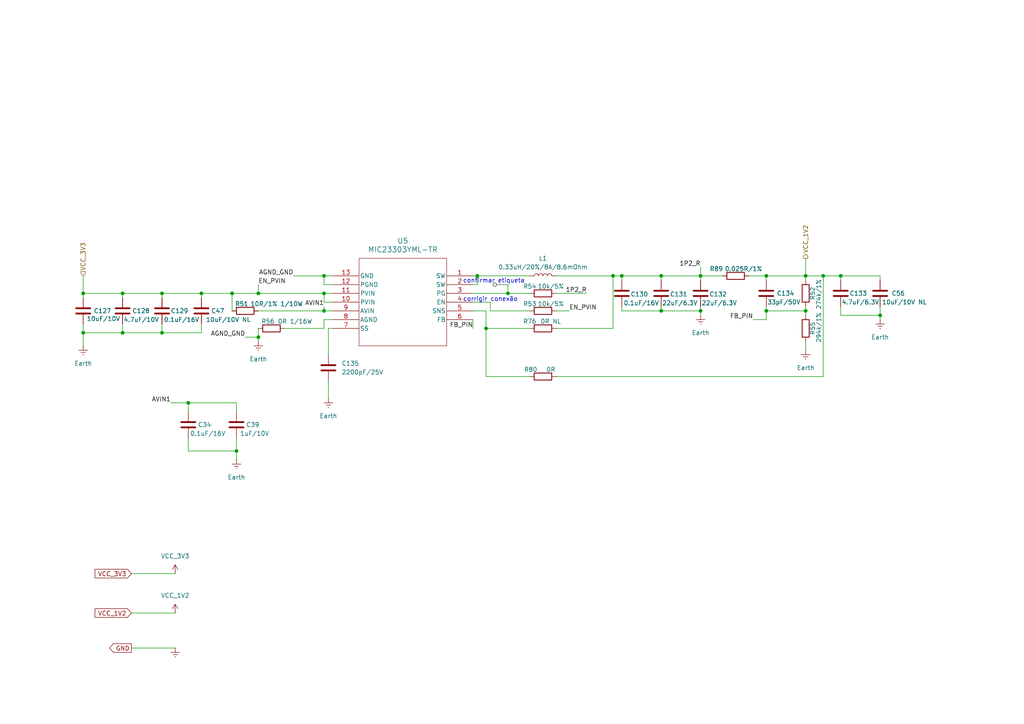
<source format=kicad_sch>
(kicad_sch (version 20231120) (generator "eeschema") (generator_version "8.0")
  (paper "A4")
  (title_block (title "FPGA - SmartFusion2") (date "2024-04-04") (rev "1") (company "IFSP - SBV, IFSP - GRU") (comment 2 "WILLIAN BUENO SANTOS") (comment 3 "ISRAEL RODRIGUES") (comment 4 "ADRIANO CÉSAR DE SOUSA PEREIRA"))
  (lib_symbols
    (symbol "2024-03-23_21-51-05:MIC23303YML-TR" (pin_names (offset 0.254))
      (property "Reference" "U" (at 20.32 10.16 0))
      (property "Value" "MIC23303YML-TR" (at 20.32 7.62 0))
      (symbol "MIC23303YML-TR_0_1"
        (polyline (pts (xy 7.62 -20.32) (xy 33.02 -20.32)) (stroke (width 0.127)))
        (polyline (pts (xy 7.62 5.08) (xy 7.62 -20.32)) (stroke (width 0.127)))
        (polyline (pts (xy 33.02 -20.32) (xy 33.02 5.08)) (stroke (width 0.127)))
        (polyline (pts (xy 33.02 5.08) (xy 7.62 5.08)) (stroke (width 0.127)))
        (pin output line (at 0 0 0) (length 7.62) (name "SW") (number "1"))
        (pin power_in line (at 40.64 -7.62 180) (length 7.62) (name "PVIN") (number "10"))
        (pin power_in line (at 40.64 -5.08 180) (length 7.62) (name "PVIN") (number "11"))
        (pin power_out line (at 40.64 -2.54 180) (length 7.62) (name "PGND") (number "12"))
        (pin power_out line (at 40.64 0 180) (length 7.62) (name "GND") (number "13"))
        (pin output line (at 0 -2.54 0) (length 7.62) (name "SW") (number "2"))
        (pin output line (at 0 -5.08 0) (length 7.62) (name "PG") (number "3"))
        (pin input line (at 0 -7.62 0) (length 7.62) (name "EN") (number "4"))
        (pin unspecified line (at 0 -10.16 0) (length 7.62) (name "SNS") (number "5"))
        (pin input line (at 0 -12.7 0) (length 7.62) (name "FB") (number "6"))
        (pin input line (at 40.64 -15.24 180) (length 7.62) (name "SS") (number "7"))
        (pin power_out line (at 40.64 -12.7 180) (length 7.62) (name "AGND") (number "8"))
        (pin power_in line (at 40.64 -10.16 180) (length 7.62) (name "AVIN") (number "9"))
      )
    )
    (symbol "Device:C" (pin_numbers hide) (pin_names (offset 0.254))
      (property "Reference" "C" (at 0.635 2.54 0))
      (property "Value" "C" (at 0.635 -2.54 0))
      (symbol "C_0_1"
        (polyline (pts (xy -2.032 -0.762) (xy 2.032 -0.762)) (stroke (width 0.508)))
        (polyline (pts (xy -2.032 0.762) (xy 2.032 0.762)) (stroke (width 0.508)))
      )
      (symbol "C_1_1"
        (pin passive line (at 0 3.81 270) (length 2.794) (name "~") (number "1"))
        (pin passive line (at 0 -3.81 90) (length 2.794) (name "~") (number "2"))
      )
    )
    (symbol "Device:L" (pin_numbers hide) (pin_names (offset 1.016) hide)
      (property "Reference" "L" (at -1.27 0 90))
      (property "Value" "L" (at 1.905 0 90))
      (symbol "L_0_1"
        (arc (start 0 -2.54) (mid 0.6323 -1.905) (end 0 -1.27))
        (arc (start 0 -1.27) (mid 0.6323 -0.635) (end 0 0))
        (arc (start 0 0) (mid 0.6323 0.635) (end 0 1.27))
        (arc (start 0 1.27) (mid 0.6323 1.905) (end 0 2.54))
      )
      (symbol "L_1_1"
        (pin passive line (at 0 3.81 270) (length 1.27) (name "1") (number "1"))
        (pin passive line (at 0 -3.81 90) (length 1.27) (name "2") (number "2"))
      )
    )
    (symbol "Device:R" (pin_numbers hide) (pin_names (offset 0))
      (property "Reference" "R" (at 2.032 0 90))
      (property "Value" "R" (at 0 0 90))
      (symbol "R_0_1"
        (rectangle (start -1.016 -2.54) (end 1.016 2.54) (stroke (width 0.254)))
      )
      (symbol "R_1_1"
        (pin passive line (at 0 3.81 270) (length 1.27) (name "~") (number "1"))
        (pin passive line (at 0 -3.81 90) (length 1.27) (name "~") (number "2"))
      )
    )
    (symbol "power:+3.3V" (power) (pin_numbers hide) (pin_names (offset 0) hide)
      (property "Value" "+3.3V" (at 0 3.556 0))
      (symbol "+3.3V_0_1"
        (polyline (pts (xy -0.762 1.27) (xy 0 2.54)))
        (polyline (pts (xy 0 0) (xy 0 2.54)))
        (polyline (pts (xy 0 2.54) (xy 0.762 1.27)))
      )
      (symbol "+3.3V_1_1"
        (pin power_in line (at 0 0 90) (length 0) (name "~") (number "1"))
      )
    )
    (symbol "power:Earth" (power) (pin_numbers hide) (pin_names (offset 0) hide)
      (property "Value" "Earth" (at 0 -3.81 0))
      (symbol "Earth_0_1"
        (polyline (pts (xy -0.635 -1.905) (xy 0.635 -1.905)))
        (polyline (pts (xy -0.127 -2.54) (xy 0.127 -2.54)))
        (polyline (pts (xy 0 -1.27) (xy 0 0)))
        (polyline (pts (xy 1.27 -1.27) (xy -1.27 -1.27)))
      )
      (symbol "Earth_1_1"
        (pin power_in line (at 0 0 270) (length 0) (name "~") (number "1"))
      )
    )
  )
  (junction (at 93.98 85.09))
  (junction (at 222.25 90.17))
  (junction (at 203.2 80.01))
  (junction (at 58.42 85.09))
  (junction (at 93.98 80.01))
  (junction (at 54.61 116.84))
  (junction (at 24.13 96.52))
  (junction (at 191.77 90.17))
  (junction (at 233.68 90.17))
  (junction (at 180.34 80.01))
  (junction (at 177.8 80.01))
  (junction (at 68.58 130.81))
  (junction (at 74.93 97.79))
  (junction (at 24.13 85.09))
  (junction (at 222.25 80.01))
  (junction (at 67.31 85.09))
  (junction (at 255.27 91.44))
  (junction (at 238.76 80.01))
  (junction (at 140.97 95.25))
  (junction (at 191.77 80.01))
  (junction (at 203.2 90.17))
  (junction (at 35.56 85.09))
  (junction (at 74.93 85.09))
  (junction (at 233.68 80.01))
  (junction (at 138.43 80.01))
  (junction (at 93.98 90.17))
  (junction (at 243.84 80.01))
  (junction (at 147.32 85.09))
  (junction (at 35.56 96.52))
  (junction (at 46.99 85.09))
  (junction (at 46.99 96.52))
  (wire (pts (xy 137.16 80.01) (xy 138.43 80.01)))
  (wire (pts (xy 137.16 85.09) (xy 147.32 85.09)))
  (wire (pts (xy 58.42 93.98) (xy 58.42 96.52)))
  (wire (pts (xy 161.29 90.17) (xy 165.1 90.17)))
  (wire (pts (xy 58.42 85.09) (xy 58.42 86.36)))
  (wire (pts (xy 96.52 95.25) (xy 95.25 95.25)))
  (wire (pts (xy 137.16 87.63) (xy 142.24 87.63)))
  (wire (pts (xy 74.93 95.25) (xy 74.93 97.79)))
  (wire (pts (xy 24.13 85.09) (xy 24.13 86.36)))
  (wire (pts (xy 38.1 177.8) (xy 50.8 177.8)))
  (wire (pts (xy 93.98 87.63) (xy 93.98 85.09)))
  (wire (pts (xy 95.25 110.49) (xy 95.25 115.57)))
  (wire (pts (xy 38.1 166.37) (xy 50.8 166.37)))
  (wire (pts (xy 35.56 85.09) (xy 35.56 86.36)))
  (wire (pts (xy 54.61 130.81) (xy 68.58 130.81)))
  (wire (pts (xy 68.58 119.38) (xy 68.58 116.84)))
  (wire (pts (xy 153.67 109.22) (xy 140.97 109.22)))
  (wire (pts (xy 35.56 85.09) (xy 24.13 85.09)))
  (wire (pts (xy 24.13 96.52) (xy 24.13 100.33)))
  (wire (pts (xy 96.52 87.63) (xy 93.98 87.63)))
  (wire (pts (xy 147.32 85.09) (xy 153.67 85.09)))
  (wire (pts (xy 218.44 92.71) (xy 222.25 92.71)))
  (wire (pts (xy 67.31 85.09) (xy 74.93 85.09)))
  (wire (pts (xy 68.58 127) (xy 68.58 130.81)))
  (wire (pts (xy 46.99 93.98) (xy 46.99 96.52)))
  (wire (pts (xy 255.27 81.28) (xy 255.27 80.01)))
  (wire (pts (xy 82.55 95.25) (xy 93.98 95.25)))
  (wire (pts (xy 74.93 82.55) (xy 74.93 85.09)))
  (wire (pts (xy 137.16 82.55) (xy 138.43 82.55)))
  (wire (pts (xy 161.29 80.01) (xy 177.8 80.01)))
  (wire (pts (xy 191.77 81.28) (xy 191.77 80.01)))
  (wire (pts (xy 203.2 80.01) (xy 191.77 80.01)))
  (wire (pts (xy 54.61 130.81) (xy 54.61 127)))
  (wire (pts (xy 243.84 80.01) (xy 238.76 80.01)))
  (wire (pts (xy 93.98 82.55) (xy 93.98 80.01)))
  (wire (pts (xy 233.68 90.17) (xy 233.68 91.44)))
  (wire (pts (xy 93.98 90.17) (xy 96.52 90.17)))
  (wire (pts (xy 255.27 88.9) (xy 255.27 91.44)))
  (wire (pts (xy 93.98 92.71) (xy 96.52 92.71)))
  (wire (pts (xy 95.25 95.25) (xy 95.25 102.87)))
  (wire (pts (xy 222.25 80.01) (xy 233.68 80.01)))
  (wire (pts (xy 161.29 85.09) (xy 170.18 85.09)))
  (wire (pts (xy 146.05 82.55) (xy 147.32 82.55)))
  (wire (pts (xy 67.31 85.09) (xy 67.31 90.17)))
  (wire (pts (xy 54.61 116.84) (xy 54.61 119.38)))
  (wire (pts (xy 255.27 91.44) (xy 255.27 92.71)))
  (wire (pts (xy 177.8 80.01) (xy 180.34 80.01)))
  (wire (pts (xy 35.56 96.52) (xy 24.13 96.52)))
  (wire (pts (xy 161.29 95.25) (xy 177.8 95.25)))
  (wire (pts (xy 233.68 81.28) (xy 233.68 80.01)))
  (wire (pts (xy 46.99 85.09) (xy 35.56 85.09)))
  (wire (pts (xy 58.42 85.09) (xy 46.99 85.09)))
  (wire (pts (xy 203.2 80.01) (xy 209.55 80.01)))
  (wire (pts (xy 46.99 96.52) (xy 35.56 96.52)))
  (wire (pts (xy 217.17 80.01) (xy 222.25 80.01)))
  (wire (pts (xy 142.24 87.63) (xy 142.24 90.17)))
  (wire (pts (xy 180.34 90.17) (xy 191.77 90.17)))
  (wire (pts (xy 142.24 90.17) (xy 153.67 90.17)))
  (wire (pts (xy 140.97 90.17) (xy 140.97 95.25)))
  (wire (pts (xy 203.2 81.28) (xy 203.2 80.01)))
  (wire (pts (xy 191.77 90.17) (xy 203.2 90.17)))
  (wire (pts (xy 222.25 80.01) (xy 222.25 81.28)))
  (wire (pts (xy 203.2 88.9) (xy 203.2 90.17)))
  (wire (pts (xy 71.12 97.79) (xy 74.93 97.79)))
  (wire (pts (xy 96.52 82.55) (xy 93.98 82.55)))
  (wire (pts (xy 180.34 80.01) (xy 180.34 81.28)))
  (wire (pts (xy 233.68 90.17) (xy 222.25 90.17)))
  (wire (pts (xy 93.98 95.25) (xy 93.98 92.71)))
  (wire (pts (xy 243.84 91.44) (xy 255.27 91.44)))
  (wire (pts (xy 93.98 80.01) (xy 96.52 80.01)))
  (wire (pts (xy 238.76 80.01) (xy 233.68 80.01)))
  (wire (pts (xy 93.98 88.9) (xy 93.98 90.17)))
  (wire (pts (xy 180.34 80.01) (xy 191.77 80.01)))
  (wire (pts (xy 38.1 187.96) (xy 50.8 187.96)))
  (wire (pts (xy 238.76 109.22) (xy 238.76 80.01)))
  (wire (pts (xy 203.2 90.17) (xy 203.2 91.44)))
  (wire (pts (xy 243.84 81.28) (xy 243.84 80.01)))
  (wire (pts (xy 93.98 85.09) (xy 96.52 85.09)))
  (wire (pts (xy 243.84 88.9) (xy 243.84 91.44)))
  (wire (pts (xy 191.77 88.9) (xy 191.77 90.17)))
  (wire (pts (xy 24.13 80.01) (xy 24.13 85.09)))
  (wire (pts (xy 68.58 130.81) (xy 68.58 133.35)))
  (wire (pts (xy 137.16 92.71) (xy 137.16 95.25)))
  (wire (pts (xy 58.42 85.09) (xy 67.31 85.09)))
  (wire (pts (xy 222.25 92.71) (xy 222.25 90.17)))
  (wire (pts (xy 74.93 90.17) (xy 93.98 90.17)))
  (wire (pts (xy 147.32 82.55) (xy 147.32 85.09)))
  (wire (pts (xy 74.93 97.79) (xy 74.93 99.06)))
  (wire (pts (xy 203.2 77.47) (xy 203.2 80.01)))
  (wire (pts (xy 222.25 90.17) (xy 222.25 88.9)))
  (wire (pts (xy 161.29 109.22) (xy 238.76 109.22)))
  (wire (pts (xy 54.61 116.84) (xy 68.58 116.84)))
  (wire (pts (xy 85.09 80.01) (xy 93.98 80.01)))
  (wire (pts (xy 255.27 80.01) (xy 243.84 80.01)))
  (wire (pts (xy 177.8 95.25) (xy 177.8 80.01)))
  (wire (pts (xy 233.68 88.9) (xy 233.68 90.17)))
  (wire (pts (xy 137.16 90.17) (xy 140.97 90.17)))
  (wire (pts (xy 46.99 85.09) (xy 46.99 86.36)))
  (wire (pts (xy 138.43 80.01) (xy 153.67 80.01)))
  (wire (pts (xy 74.93 85.09) (xy 93.98 85.09)))
  (wire (pts (xy 138.43 82.55) (xy 138.43 80.01)))
  (wire (pts (xy 180.34 88.9) (xy 180.34 90.17)))
  (wire (pts (xy 35.56 93.98) (xy 35.56 96.52)))
  (wire (pts (xy 233.68 74.93) (xy 233.68 80.01)))
  (wire (pts (xy 233.68 99.06) (xy 233.68 101.6)))
  (wire (pts (xy 58.42 96.52) (xy 46.99 96.52)))
  (wire (pts (xy 140.97 95.25) (xy 153.67 95.25)))
  (wire (pts (xy 49.53 116.84) (xy 54.61 116.84)))
  (wire (pts (xy 140.97 109.22) (xy 140.97 95.25)))
  (wire (pts (xy 24.13 93.98) (xy 24.13 96.52)))
  (text "confirmar etiqueta" (at 143.256 81.534 0) (effects (font (size 1.27 1.27))))
  (text "corrigir conexão" (at 142.24 86.868 0) (effects (font (size 1.27 1.27))))
  (label "FB_PIN" (at 218.44 92.71 180))
  (label "EN_PVIN" (at 74.93 82.55 0))
  (label "AVIN1" (at 93.98 88.9 180))
  (label "AVIN1" (at 49.53 116.84 180))
  (label "1P2_R" (at 203.2 77.47 180))
  (label "AGND_GND" (at 85.09 80.01 180))
  (label "FB_PIN" (at 137.16 95.25 180))
  (label "AGND_GND" (at 71.12 97.79 180))
  (label "1P2_R" (at 170.18 85.09 180))
  (label "EN_PVIN" (at 165.1 90.17 0))
  (global_label "GND" (shape output) (at 38.1 187.96 180) (property "Intersheetrefs" "${INTERSHEET_REFS}" (effects (hide yes))))
  (global_label "VCC_1V2" (shape input) (at 38.1 177.8 180) (property "Intersheetrefs" "${INTERSHEET_REFS}" (effects (hide yes))))
  (global_label "VCC_3V3" (shape input) (at 38.1 166.37 180) (property "Intersheetrefs" "${INTERSHEET_REFS}" (effects (hide yes))))
  (hierarchical_label "VCC_1V2" (shape output) (at 233.68 74.93 90))
  (hierarchical_label "VCC_3V3" (shape input) (at 24.13 80.01 90))
  (netclass_flag "" (length 2.54) (shape round) (at 146.05 82.55 90))
  (symbol (lib_id "Device:C") (at 24.13 90.17 0) (unit 1)
    (property "Reference" "C127" (at 27.178 90.17 0) (effects (justify left)))
    (property "Value" "10uF/10V" (at 25.146 92.456 0) (effects (justify left)))
    (property "Footprint" "Capacitor_SMD:C_0805_2012Metric" (effects (hide yes)))
    (property "Description" "Unpolarized capacitor" (effects (hide yes)))
  )
  (symbol (lib_id "power:Earth") (at 74.93 99.06 0) (unit 1)
    (property "Reference" "#PWR015" (effects (hide yes)))
    (property "Value" "Earth" (at 74.93 104.14 0))
    (property "Description" "Power symbol creates a global label with name \"Earth\"" (effects (hide yes)))
  )
  (symbol (lib_id "power:Earth") (at 255.27 92.71 0) (unit 1)
    (property "Reference" "#PWR018" (effects (hide yes)))
    (property "Value" "Earth" (at 255.27 97.79 0))
    (property "Description" "Power symbol creates a global label with name \"Earth\"" (effects (hide yes)))
  )
  (symbol (lib_id "2024-03-23_21-51-05:MIC23303YML-TR") (at 137.16 80.01 0) (mirror y) (unit 1)
    (property "Reference" "U5" (at 116.84 69.85 0) (effects (font (size 1.524 1.524))))
    (property "Value" "MIC23303YML-TR" (at 116.84 72.39 0) (effects (font (size 1.524 1.524))))
    (property "Footprint" "DFN12_3X3_ML_MCH" (effects (hide yes)))
    (property "Datasheet" "MIC23303YML-TR" (effects (hide yes)))
  )
  (symbol (lib_id "power:Earth") (at 233.68 101.6 0) (unit 1)
    (property "Reference" "#PWR017" (effects (hide yes)))
    (property "Value" "Earth" (at 233.68 106.68 0))
    (property "Description" "Power symbol creates a global label with name \"Earth\"" (effects (hide yes)))
  )
  (symbol (lib_id "Device:C") (at 191.77 85.09 0) (unit 1)
    (property "Reference" "C131" (at 194.31 85.344 0) (effects (justify left)))
    (property "Value" "22uF/6.3V" (at 192.024 87.884 0) (effects (justify left)))
    (property "Footprint" "Capacitor_SMD:C_0603_1608Metric" (effects (hide yes)))
    (property "Description" "Unpolarized capacitor" (effects (hide yes)))
  )
  (symbol (lib_id "power:Earth") (at 50.8 187.96 0) (unit 1)
    (property "Reference" "#PWR019" (effects (hide yes)))
    (property "Value" "Earth" (effects (hide yes)))
  )
  (symbol (lib_id "Device:R") (at 157.48 85.09 90) (unit 1)
    (property "Reference" "R54" (at 153.67 83.058 90))
    (property "Value" "10k/5%" (at 159.766 83.058 90))
    (property "Footprint" "Resistor_SMD:R_0402_1005Metric" (effects (hide yes)))
    (property "Description" "Resistor" (effects (hide yes)))
  )
  (symbol (lib_id "Device:R") (at 71.12 90.17 90) (unit 1)
    (property "Reference" "R51" (at 70.104 88.138 90))
    (property "Value" "10R/1% 1/10W" (at 80.264 88.138 90))
    (property "Footprint" "Resistor_SMD:R_0402_1005Metric" (effects (hide yes)))
    (property "Description" "Resistor" (effects (hide yes)))
  )
  (symbol (lib_id "Device:R") (at 157.48 109.22 90) (unit 1)
    (property "Reference" "R80" (at 153.924 107.188 90))
    (property "Value" "0R" (at 159.766 107.188 90))
    (property "Footprint" "Resistor_SMD:R_0402_1005Metric" (effects (hide yes)))
    (property "Description" "Resistor" (effects (hide yes)))
  )
  (symbol (lib_id "Device:C") (at 68.58 123.19 0) (unit 1)
    (property "Reference" "C39" (at 71.374 123.19 0) (effects (justify left)))
    (property "Value" "1uF/10V" (at 69.596 125.73 0) (effects (justify left)))
    (property "Footprint" "Capacitor_SMD:C_0402_1005Metric" (effects (hide yes)))
    (property "Description" "Unpolarized capacitor" (effects (hide yes)))
  )
  (symbol (lib_id "power:+3.3V") (at 50.8 177.8 0) (unit 1)
    (property "Reference" "#PWR012" (effects (hide yes)))
    (property "Value" "VCC_1V2" (at 50.8 172.72 0))
    (property "Description" "Power symbol creates a global label with name \"+1.2V\"" (effects (hide yes)))
  )
  (symbol (lib_id "Device:C") (at 255.27 85.09 0) (unit 1)
    (property "Reference" "C56" (at 258.572 85.09 0) (effects (justify left)))
    (property "Value" "10uF/10V NL" (at 255.778 87.63 0) (effects (justify left)))
    (property "Footprint" "Capacitor_SMD:C_0805_2012Metric" (effects (hide yes)))
    (property "Description" "Unpolarized capacitor" (effects (hide yes)))
  )
  (symbol (lib_id "Device:R") (at 78.74 95.25 90) (unit 1)
    (property "Reference" "R56" (at 77.724 93.218 90))
    (property "Value" "0R 1/16W" (at 85.598 93.218 90))
    (property "Footprint" "Resistor_SMD:R_0402_1005Metric" (effects (hide yes)))
    (property "Description" "Resistor" (effects (hide yes)))
  )
  (symbol (lib_id "Device:L") (at 157.48 80.01 90) (unit 1)
    (property "Reference" "L1" (at 157.48 74.93 90))
    (property "Value" "0.33uH/20%/8A/8.6mOhm" (at 157.48 77.47 90))
    (property "Footprint" "Inductor_SMD:L_Cenker_CKCS4018" (effects (hide yes)))
    (property "Datasheet" "https://www.we-online.com/components/products/datasheet/744373240033.pdf" (effects (hide yes)))
    (property "Description" "Inductor" (effects (hide yes)))
  )
  (symbol (lib_id "Device:C") (at 243.84 85.09 0) (unit 1)
    (property "Reference" "C133" (at 246.38 85.09 0) (effects (justify left)))
    (property "Value" "4.7uF/6.3V" (at 244.094 87.63 0) (effects (justify left)))
    (property "Footprint" "Capacitor_SMD:C_0603_1608Metric" (effects (hide yes)))
    (property "Description" "Unpolarized capacitor" (effects (hide yes)))
  )
  (symbol (lib_id "Device:C") (at 46.99 90.17 0) (unit 1)
    (property "Reference" "C129" (at 49.53 90.17 0) (effects (justify left)))
    (property "Value" "0.1uF/16V" (at 47.498 92.71 0) (effects (justify left)))
    (property "Footprint" "Capacitor_SMD:C_0402_1005Metric" (effects (hide yes)))
    (property "Description" "Unpolarized capacitor" (effects (hide yes)))
  )
  (symbol (lib_id "Device:R") (at 213.36 80.01 90) (unit 1)
    (property "Reference" "R89" (at 207.772 77.978 90))
    (property "Value" "0.025R/1%" (at 215.646 77.978 90))
    (property "Footprint" "Resistor_SMD:R_0805_2012Metric" (effects (hide yes)))
    (property "Description" "Resistor" (effects (hide yes)))
  )
  (symbol (lib_id "power:Earth") (at 95.25 115.57 0) (unit 1)
    (property "Reference" "#PWR014" (effects (hide yes)))
    (property "Value" "Earth" (at 95.25 120.65 0))
    (property "Description" "Power symbol creates a global label with name \"Earth\"" (effects (hide yes)))
  )
  (symbol (lib_id "power:Earth") (at 68.58 133.35 0) (unit 1)
    (property "Reference" "#PWR013" (effects (hide yes)))
    (property "Value" "Earth" (at 68.58 138.43 0))
    (property "Description" "Power symbol creates a global label with name \"Earth\"" (effects (hide yes)))
  )
  (symbol (lib_id "Device:C") (at 180.34 85.09 0) (unit 1)
    (property "Reference" "C130" (at 182.88 85.344 0) (effects (justify left)))
    (property "Value" "0.1uF/16V" (at 180.848 87.884 0) (effects (justify left)))
    (property "Footprint" "Capacitor_SMD:C_0402_1005Metric" (effects (hide yes)))
    (property "Description" "Unpolarized capacitor" (effects (hide yes)))
  )
  (symbol (lib_id "power:Earth") (at 24.13 100.33 0) (unit 1)
    (property "Reference" "#PWR010" (effects (hide yes)))
    (property "Value" "Earth" (at 24.13 105.41 0))
    (property "Description" "Power symbol creates a global label with name \"Earth\"" (effects (hide yes)))
  )
  (symbol (lib_id "Device:C") (at 95.25 106.68 0) (unit 1)
    (property "Reference" "C135" (at 99.06 105.4099 0) (effects (justify left)))
    (property "Value" "2200pF/25V" (at 99.06 107.9499 0) (effects (justify left)))
    (property "Footprint" "Capacitor_SMD:C_0402_1005Metric" (effects (hide yes)))
    (property "Description" "Unpolarized capacitor" (effects (hide yes)))
  )
  (symbol (lib_id "Device:C") (at 222.25 85.09 0) (unit 1)
    (property "Reference" "C134" (at 225.298 85.09 0) (effects (justify left)))
    (property "Value" "33pF/50V" (at 222.504 87.63 0) (effects (justify left)))
    (property "Footprint" "Capacitor_SMD:C_0402_1005Metric" (effects (hide yes)))
    (property "Description" "Unpolarized capacitor" (effects (hide yes)))
  )
  (symbol (lib_id "Device:R") (at 157.48 95.25 90) (unit 1)
    (property "Reference" "R76" (at 153.67 93.218 90))
    (property "Value" "0R NL" (at 159.766 93.218 90))
    (property "Footprint" "Resistor_SMD:R_0402_1005Metric" (effects (hide yes)))
    (property "Description" "Resistor" (effects (hide yes)))
  )
  (symbol (lib_id "Device:R") (at 157.48 90.17 90) (unit 1)
    (property "Reference" "R53" (at 153.67 88.138 90))
    (property "Value" "10k/5%" (at 159.766 88.138 90))
    (property "Footprint" "Resistor_SMD:R_0402_1005Metric" (effects (hide yes)))
    (property "Description" "Resistor" (effects (hide yes)))
  )
  (symbol (lib_id "Device:C") (at 203.2 85.09 0) (unit 1)
    (property "Reference" "C132" (at 205.74 85.344 0) (effects (justify left)))
    (property "Value" "22uF/6.3V" (at 203.454 87.884 0) (effects (justify left)))
    (property "Footprint" "Capacitor_SMD:C_0603_1608Metric" (effects (hide yes)))
    (property "Description" "Unpolarized capacitor" (effects (hide yes)))
  )
  (symbol (lib_id "Device:C") (at 35.56 90.17 0) (unit 1)
    (property "Reference" "C128" (at 38.354 90.17 0) (effects (justify left)))
    (property "Value" "4.7uF/10V" (at 35.814 92.71 0) (effects (justify left)))
    (property "Footprint" "Capacitor_SMD:C_0603_1608Metric" (effects (hide yes)))
    (property "Description" "Unpolarized capacitor" (effects (hide yes)))
  )
  (symbol (lib_id "Device:C") (at 58.42 90.17 0) (unit 1)
    (property "Reference" "C47" (at 61.214 90.17 0) (effects (justify left)))
    (property "Value" "10uF/10V NL" (at 59.69 92.71 0) (effects (justify left)))
    (property "Footprint" "Capacitor_SMD:C_0805_2012Metric" (effects (hide yes)))
    (property "Description" "Unpolarized capacitor" (effects (hide yes)))
  )
  (symbol (lib_id "Device:R") (at 233.68 95.25 0) (unit 1)
    (property "Reference" "R55" (at 235.712 95.25 90))
    (property "Value" "294k/1%" (at 237.49 94.996 90))
    (property "Footprint" "Resistor_SMD:R_0402_1005Metric" (effects (hide yes)))
    (property "Description" "Resistor" (effects (hide yes)))
  )
  (symbol (lib_id "power:+3.3V") (at 50.8 166.37 0) (unit 1)
    (property "Reference" "#PWR011" (effects (hide yes)))
    (property "Value" "VCC_3V3" (at 50.8 161.29 0))
    (property "Description" "Power symbol creates a global label with name \"+3.3V\"" (effects (hide yes)))
  )
  (symbol (lib_id "Device:C") (at 54.61 123.19 0) (unit 1)
    (property "Reference" "C34" (at 57.404 123.19 0) (effects (justify left)))
    (property "Value" "0.1uF/16V" (at 55.118 125.73 0) (effects (justify left)))
    (property "Footprint" "Capacitor_SMD:C_0402_1005Metric" (effects (hide yes)))
    (property "Description" "Unpolarized capacitor" (effects (hide yes)))
  )
  (symbol (lib_id "power:Earth") (at 203.2 91.44 0) (unit 1)
    (property "Reference" "#PWR016" (effects (hide yes)))
    (property "Value" "Earth" (at 203.2 96.52 0))
    (property "Description" "Power symbol creates a global label with name \"Earth\"" (effects (hide yes)))
  )
  (symbol (lib_id "Device:R") (at 233.68 85.09 0) (unit 1)
    (property "Reference" "R52" (at 235.712 85.09 90))
    (property "Value" "274k/1%" (at 237.49 85.344 90))
    (property "Footprint" "Resistor_SMD:R_0402_1005Metric" (effects (hide yes)))
    (property "Description" "Resistor" (effects (hide yes)))
  )
)
</source>
